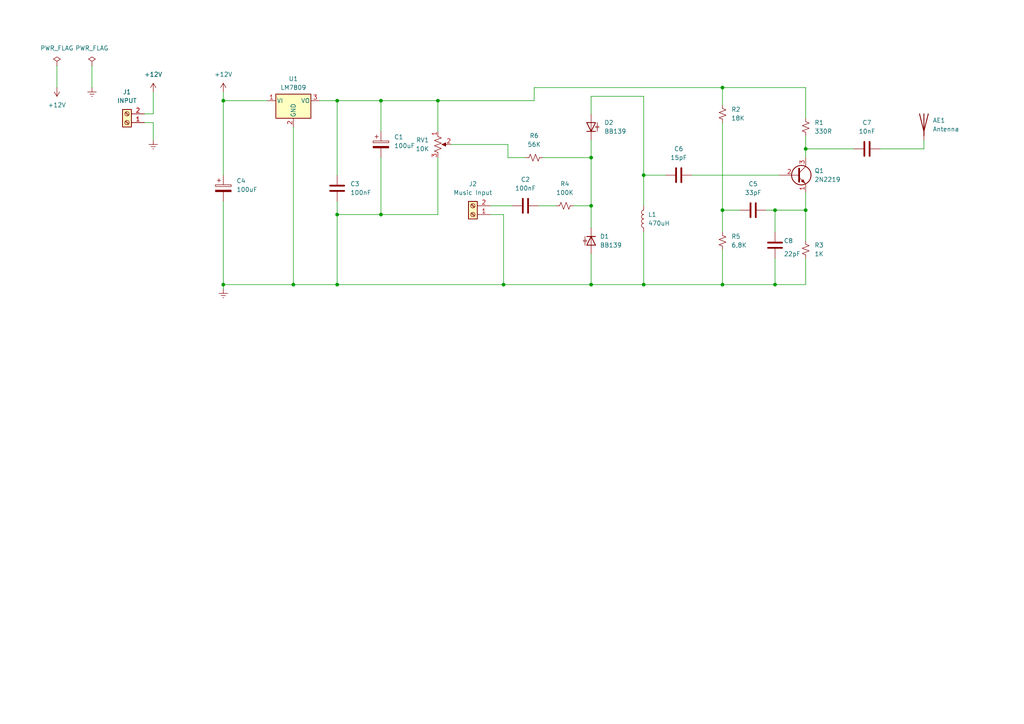
<source format=kicad_sch>
(kicad_sch (version 20230121) (generator eeschema)
  (paper "A4")
  (title_block (title "Fm Modulator Transmitter") (date "21.05.2023") (rev "1.0") (company "Code & More") (comment 1 "drawn by : Muxtar_Safarov"))
  (lib_symbols
    (symbol "Connector:Screw_Terminal_01x02" (pin_names (offset 1.016) hide)
      (property "Reference" "J" (at 0 2.54 0))
      (property "Value" "Screw_Terminal_01x02" (at 0 -5.08 0))
      (symbol "Screw_Terminal_01x02_1_1"
        (rectangle (start -1.27 1.27) (end 1.27 -3.81) (stroke (width 0.254)) (fill (type background)))
        (circle (center 0 -2.54) (radius 0.635) (stroke (width 0.1524)))
        (polyline (pts (xy -0.5334 -2.2098) (xy 0.3302 -3.048)) (stroke (width 0.1524)))
        (polyline (pts (xy -0.5334 0.3302) (xy 0.3302 -0.508)) (stroke (width 0.1524)))
        (polyline (pts (xy -0.3556 -2.032) (xy 0.508 -2.8702)) (stroke (width 0.1524)))
        (polyline (pts (xy -0.3556 0.508) (xy 0.508 -0.3302)) (stroke (width 0.1524)))
        (circle (center 0 0) (radius 0.635) (stroke (width 0.1524)))
        (pin passive line (at -5.08 0 0) (length 3.81) (name "Pin_1") (number "1"))
        (pin passive line (at -5.08 -2.54 0) (length 3.81) (name "Pin_2") (number "2"))
      )
    )
    (symbol "Device:Antenna" (pin_numbers hide) (pin_names (offset 1.016) hide)
      (property "Reference" "AE" (at -1.905 1.905 0))
      (property "Value" "Antenna" (at -1.905 0 0))
      (symbol "Antenna_0_1"
        (polyline (pts (xy 0 2.54) (xy 0 -3.81)) (stroke (width 0.254)))
        (polyline (pts (xy 1.27 2.54) (xy 0 -2.54) (xy -1.27 2.54)) (stroke (width 0.254)))
      )
      (symbol "Antenna_1_1"
        (pin input line (at 0 -5.08 90) (length 2.54) (name "A") (number "1"))
      )
    )
    (symbol "Device:C" (pin_numbers hide) (pin_names (offset 0.254))
      (property "Reference" "C" (at 0.635 2.54 0))
      (property "Value" "C" (at 0.635 -2.54 0))
      (symbol "C_0_1"
        (polyline (pts (xy -2.032 -0.762) (xy 2.032 -0.762)) (stroke (width 0.508)))
        (polyline (pts (xy -2.032 0.762) (xy 2.032 0.762)) (stroke (width 0.508)))
      )
      (symbol "C_1_1"
        (pin passive line (at 0 3.81 270) (length 2.794) (name "~") (number "1"))
        (pin passive line (at 0 -3.81 90) (length 2.794) (name "~") (number "2"))
      )
    )
    (symbol "Device:C_Polarized" (pin_numbers hide) (pin_names (offset 0.254))
      (property "Reference" "C" (at 0.635 2.54 0))
      (property "Value" "C_Polarized" (at 0.635 -2.54 0))
      (symbol "C_Polarized_0_1"
        (rectangle (start -2.286 0.508) (end 2.286 1.016))
        (polyline (pts (xy -1.778 2.286) (xy -0.762 2.286)))
        (polyline (pts (xy -1.27 2.794) (xy -1.27 1.778)))
        (rectangle (start 2.286 -0.508) (end -2.286 -1.016) (fill (type outline)))
      )
      (symbol "C_Polarized_1_1"
        (pin passive line (at 0 3.81 270) (length 2.794) (name "~") (number "1"))
        (pin passive line (at 0 -3.81 90) (length 2.794) (name "~") (number "2"))
      )
    )
    (symbol "Device:D_Capacitance" (pin_numbers hide) (pin_names (offset 1.016) hide)
      (property "Reference" "D" (at 0 2.54 0))
      (property "Value" "D_Capacitance" (at 0 -3.302 0))
      (symbol "D_Capacitance_0_1"
        (polyline (pts (xy -1.27 -1.778) (xy -0.1524 -1.778)))
        (polyline (pts (xy -1.27 0) (xy 1.27 0)))
        (polyline (pts (xy -1.27 1.27) (xy -1.27 -1.27)) (stroke (width 0.254)))
        (polyline (pts (xy -0.1524 -1.27) (xy -0.1524 -2.286)))
        (polyline (pts (xy 0.1524 -1.778) (xy 1.27 -1.778)))
        (polyline (pts (xy 0.1524 -1.27) (xy 0.1524 -2.286)))
        (polyline (pts (xy 1.27 1.27) (xy 1.27 -1.27) (xy -1.27 0) (xy 1.27 1.27)) (stroke (width 0.254)))
      )
      (symbol "D_Capacitance_1_1"
        (pin passive line (at -3.81 0 0) (length 2.54) (name "K") (number "1"))
        (pin passive line (at 3.81 0 180) (length 2.54) (name "A") (number "2"))
      )
    )
    (symbol "Device:L" (pin_numbers hide) (pin_names (offset 1.016) hide)
      (property "Reference" "L" (at -1.27 0 90))
      (property "Value" "L" (at 1.905 0 90))
      (symbol "L_0_1"
        (arc (start 0 -2.54) (mid 0.6323 -1.905) (end 0 -1.27))
        (arc (start 0 -1.27) (mid 0.6323 -0.635) (end 0 0))
        (arc (start 0 0) (mid 0.6323 0.635) (end 0 1.27))
        (arc (start 0 1.27) (mid 0.6323 1.905) (end 0 2.54))
      )
      (symbol "L_1_1"
        (pin passive line (at 0 3.81 270) (length 1.27) (name "1") (number "1"))
        (pin passive line (at 0 -3.81 90) (length 1.27) (name "2") (number "2"))
      )
    )
    (symbol "Device:R_Potentiometer_US" (pin_names (offset 1.016) hide)
      (property "Reference" "RV" (at -4.445 0 90))
      (property "Value" "R_Potentiometer_US" (at -2.54 0 90))
      (symbol "R_Potentiometer_US_0_1"
        (polyline (pts (xy 0 -2.286) (xy 0 -2.54)))
        (polyline (pts (xy 0 2.54) (xy 0 2.286)))
        (polyline (pts (xy 2.54 0) (xy 1.524 0)))
        (polyline (pts (xy 1.143 0) (xy 2.286 0.508) (xy 2.286 -0.508) (xy 1.143 0)) (fill (type outline)))
        (polyline (pts (xy 0 -0.762) (xy 1.016 -1.143) (xy 0 -1.524) (xy -1.016 -1.905) (xy 0 -2.286)))
        (polyline (pts (xy 0 0.762) (xy 1.016 0.381) (xy 0 0) (xy -1.016 -0.381) (xy 0 -0.762)))
        (polyline (pts (xy 0 2.286) (xy 1.016 1.905) (xy 0 1.524) (xy -1.016 1.143) (xy 0 0.762)))
      )
      (symbol "R_Potentiometer_US_1_1"
        (pin passive line (at 0 3.81 270) (length 1.27) (name "1") (number "1"))
        (pin passive line (at 3.81 0 180) (length 1.27) (name "2") (number "2"))
        (pin passive line (at 0 -3.81 90) (length 1.27) (name "3") (number "3"))
      )
    )
    (symbol "Device:R_Small_US" (pin_numbers hide) (pin_names (offset 0.254) hide)
      (property "Reference" "R" (at 0.762 0.508 0))
      (property "Value" "R_Small_US" (at 0.762 -1.016 0))
      (symbol "R_Small_US_1_1"
        (polyline (pts (xy 0 0) (xy 1.016 -0.381) (xy 0 -0.762) (xy -1.016 -1.143) (xy 0 -1.524)))
        (polyline (pts (xy 0 1.524) (xy 1.016 1.143) (xy 0 0.762) (xy -1.016 0.381) (xy 0 0)))
        (pin passive line (at 0 2.54 270) (length 1.016) (name "~") (number "1"))
        (pin passive line (at 0 -2.54 90) (length 1.016) (name "~") (number "2"))
      )
    )
    (symbol "Regulator_Linear:LM7809_TO220" (pin_names (offset 0.254))
      (property "Reference" "U" (at -3.81 3.175 0))
      (property "Value" "LM7809_TO220" (at 0 3.175 0))
      (symbol "LM7809_TO220_0_1"
        (rectangle (start -5.08 1.905) (end 5.08 -5.08) (stroke (width 0.254)) (fill (type background)))
      )
      (symbol "LM7809_TO220_1_1"
        (pin power_in line (at -7.62 0 0) (length 2.54) (name "VI") (number "1"))
        (pin power_in line (at 0 -7.62 90) (length 2.54) (name "GND") (number "2"))
        (pin power_out line (at 7.62 0 180) (length 2.54) (name "VO") (number "3"))
      )
    )
    (symbol "Transistor_BJT:2N2219" (pin_names (offset 0) hide)
      (property "Reference" "Q" (at 5.08 1.905 0))
      (property "Value" "2N2219" (at 5.08 0 0))
      (symbol "2N2219_0_1"
        (polyline (pts (xy 0.635 0.635) (xy 2.54 2.54)))
        (polyline (pts (xy 0.635 -0.635) (xy 2.54 -2.54) (xy 2.54 -2.54)))
        (polyline (pts (xy 0.635 1.905) (xy 0.635 -1.905) (xy 0.635 -1.905)) (stroke (width 0.508)))
        (polyline (pts (xy 1.27 -1.778) (xy 1.778 -1.27) (xy 2.286 -2.286) (xy 1.27 -1.778) (xy 1.27 -1.778)) (fill (type outline)))
        (circle (center 1.27 0) (radius 2.8194) (stroke (width 0.254)))
      )
      (symbol "2N2219_1_1"
        (pin passive line (at 2.54 -5.08 90) (length 2.54) (name "E") (number "1"))
        (pin passive line (at -5.08 0 0) (length 5.715) (name "B") (number "2"))
        (pin passive line (at 2.54 5.08 270) (length 2.54) (name "C") (number "3"))
      )
    )
    (symbol "power:+12V" (power) (pin_names (offset 0))
      (property "Value" "+12V" (at 0 3.556 0))
      (symbol "+12V_0_1"
        (polyline (pts (xy -0.762 1.27) (xy 0 2.54)))
        (polyline (pts (xy 0 0) (xy 0 2.54)))
        (polyline (pts (xy 0 2.54) (xy 0.762 1.27)))
      )
      (symbol "+12V_1_1"
        (pin power_in line (at 0 0 90) (length 0) hide (name "+12V") (number "1"))
      )
    )
    (symbol "power:Earth" (power) (pin_names (offset 0))
      (symbol "Earth_0_1"
        (polyline (pts (xy -0.635 -1.905) (xy 0.635 -1.905)))
        (polyline (pts (xy -0.127 -2.54) (xy 0.127 -2.54)))
        (polyline (pts (xy 0 -1.27) (xy 0 0)))
        (polyline (pts (xy 1.27 -1.27) (xy -1.27 -1.27)))
      )
      (symbol "Earth_1_1"
        (pin power_in line (at 0 0 270) (length 0) hide (name "Earth") (number "1"))
      )
    )
    (symbol "power:PWR_FLAG" (power) (pin_numbers hide) (pin_names (offset 0) hide)
      (property "Value" "PWR_FLAG" (at 0 3.81 0))
      (symbol "PWR_FLAG_0_0"
        (pin power_out line (at 0 0 90) (length 0) (name "pwr") (number "1"))
      )
      (symbol "PWR_FLAG_0_1"
        (polyline (pts (xy 0 0) (xy 0 1.27) (xy -1.016 1.905) (xy 0 2.54) (xy 1.016 1.905) (xy 0 1.27)))
      )
    )
  )
  (junction (at 233.68 60.96))
  (junction (at 97.79 29.21))
  (junction (at 97.79 82.55))
  (junction (at 171.45 45.72))
  (junction (at 209.55 25.4))
  (junction (at 127 29.21))
  (junction (at 146.05 82.55))
  (junction (at 171.45 59.69))
  (junction (at 233.68 43.18))
  (junction (at 224.79 82.55))
  (junction (at 224.79 60.96))
  (junction (at 97.79 62.23))
  (junction (at 110.49 62.23))
  (junction (at 64.77 29.21))
  (junction (at 186.69 82.55))
  (junction (at 209.55 60.96))
  (junction (at 186.69 50.8))
  (junction (at 85.09 82.55))
  (junction (at 171.45 82.55))
  (junction (at 209.55 82.55))
  (junction (at 64.77 82.55))
  (junction (at 110.49 29.21))
  (wire (pts (xy 247.65 43.18) (xy 233.68 43.18)))
  (wire (pts (xy 200.66 50.8) (xy 226.06 50.8)))
  (wire (pts (xy 64.77 82.55) (xy 64.77 83.82)))
  (wire (pts (xy 209.55 35.56) (xy 209.55 60.96)))
  (wire (pts (xy 110.49 62.23) (xy 97.79 62.23)))
  (wire (pts (xy 154.94 25.4) (xy 154.94 29.21)))
  (wire (pts (xy 186.69 50.8) (xy 193.04 50.8)))
  (wire (pts (xy 127 38.1) (xy 127 29.21)))
  (wire (pts (xy 110.49 29.21) (xy 97.79 29.21)))
  (wire (pts (xy 233.68 55.88) (xy 233.68 60.96)))
  (wire (pts (xy 85.09 36.83) (xy 85.09 82.55)))
  (wire (pts (xy 267.97 40.64) (xy 267.97 43.18)))
  (wire (pts (xy 146.05 62.23) (xy 146.05 82.55)))
  (wire (pts (xy 142.24 59.69) (xy 148.59 59.69)))
  (wire (pts (xy 110.49 45.72) (xy 110.49 62.23)))
  (wire (pts (xy 127 29.21) (xy 110.49 29.21)))
  (wire (pts (xy 209.55 82.55) (xy 224.79 82.55)))
  (wire (pts (xy 233.68 60.96) (xy 233.68 69.85)))
  (wire (pts (xy 146.05 82.55) (xy 97.79 82.55)))
  (wire (pts (xy 233.68 43.18) (xy 233.68 45.72)))
  (wire (pts (xy 233.68 34.29) (xy 233.68 25.4)))
  (wire (pts (xy 171.45 27.94) (xy 186.69 27.94)))
  (wire (pts (xy 209.55 82.55) (xy 186.69 82.55)))
  (wire (pts (xy 209.55 25.4) (xy 154.94 25.4)))
  (wire (pts (xy 224.79 60.96) (xy 233.68 60.96)))
  (wire (pts (xy 209.55 25.4) (xy 233.68 25.4)))
  (wire (pts (xy 166.37 59.69) (xy 171.45 59.69)))
  (wire (pts (xy 171.45 40.64) (xy 171.45 45.72)))
  (wire (pts (xy 97.79 29.21) (xy 97.79 50.8)))
  (wire (pts (xy 92.71 29.21) (xy 97.79 29.21)))
  (wire (pts (xy 44.45 33.02) (xy 41.91 33.02)))
  (wire (pts (xy 157.48 45.72) (xy 171.45 45.72)))
  (wire (pts (xy 97.79 62.23) (xy 97.79 82.55)))
  (wire (pts (xy 156.21 59.69) (xy 161.29 59.69)))
  (wire (pts (xy 186.69 27.94) (xy 186.69 50.8)))
  (wire (pts (xy 233.68 74.93) (xy 233.68 82.55)))
  (wire (pts (xy 64.77 29.21) (xy 64.77 50.8)))
  (wire (pts (xy 209.55 60.96) (xy 209.55 67.31)))
  (wire (pts (xy 127 62.23) (xy 110.49 62.23)))
  (wire (pts (xy 233.68 39.37) (xy 233.68 43.18)))
  (wire (pts (xy 209.55 30.48) (xy 209.55 25.4)))
  (wire (pts (xy 97.79 58.42) (xy 97.79 62.23)))
  (wire (pts (xy 222.25 60.96) (xy 224.79 60.96)))
  (wire (pts (xy 41.91 35.56) (xy 44.45 35.56)))
  (wire (pts (xy 186.69 50.8) (xy 186.69 59.69)))
  (wire (pts (xy 224.79 74.93) (xy 224.79 82.55)))
  (wire (pts (xy 97.79 82.55) (xy 85.09 82.55)))
  (wire (pts (xy 147.32 45.72) (xy 152.4 45.72)))
  (wire (pts (xy 64.77 26.67) (xy 64.77 29.21)))
  (wire (pts (xy 127 45.72) (xy 127 62.23)))
  (wire (pts (xy 146.05 82.55) (xy 171.45 82.55)))
  (wire (pts (xy 255.27 43.18) (xy 267.97 43.18)))
  (wire (pts (xy 110.49 29.21) (xy 110.49 38.1)))
  (wire (pts (xy 64.77 58.42) (xy 64.77 82.55)))
  (wire (pts (xy 16.51 19.05) (xy 16.51 25.4)))
  (wire (pts (xy 130.81 41.91) (xy 147.32 41.91)))
  (wire (pts (xy 77.47 29.21) (xy 64.77 29.21)))
  (wire (pts (xy 186.69 67.31) (xy 186.69 82.55)))
  (wire (pts (xy 85.09 82.55) (xy 64.77 82.55)))
  (wire (pts (xy 171.45 73.66) (xy 171.45 82.55)))
  (wire (pts (xy 224.79 60.96) (xy 224.79 67.31)))
  (wire (pts (xy 142.24 62.23) (xy 146.05 62.23)))
  (wire (pts (xy 26.67 19.05) (xy 26.67 25.4)))
  (wire (pts (xy 44.45 26.67) (xy 44.45 33.02)))
  (wire (pts (xy 171.45 59.69) (xy 171.45 66.04)))
  (wire (pts (xy 209.55 60.96) (xy 214.63 60.96)))
  (wire (pts (xy 147.32 41.91) (xy 147.32 45.72)))
  (wire (pts (xy 171.45 82.55) (xy 186.69 82.55)))
  (wire (pts (xy 44.45 35.56) (xy 44.45 40.64)))
  (wire (pts (xy 171.45 45.72) (xy 171.45 59.69)))
  (wire (pts (xy 154.94 29.21) (xy 127 29.21)))
  (wire (pts (xy 171.45 33.02) (xy 171.45 27.94)))
  (wire (pts (xy 209.55 72.39) (xy 209.55 82.55)))
  (wire (pts (xy 224.79 82.55) (xy 233.68 82.55)))
  (symbol (lib_id "Connector:Screw_Terminal_01x02") (at 137.16 62.23 180) (unit 1)
    (property "Reference" "J2" (at 137.16 53.34 0))
    (property "Value" "Music Input" (at 137.16 55.88 0))
    (property "Footprint" "TerminalBlock:TerminalBlock_bornier-2_P5.08mm" (effects hide))
  )
  (symbol (lib_id "Device:C") (at 196.85 50.8 90) (unit 1)
    (property "Reference" "C6" (at 196.85 43.18 90))
    (property "Value" "15pF" (at 196.85 45.72 90))
    (property "Footprint" "Capacitor_THT:C_Disc_D7.5mm_W5.0mm_P7.50mm" (effects hide))
  )
  (symbol (lib_id "Device:R_Small_US") (at 163.83 59.69 90) (unit 1)
    (property "Reference" "R4" (at 163.83 53.34 90))
    (property "Value" "100K" (at 163.83 55.88 90))
    (property "Footprint" "Resistor_THT:R_Axial_DIN0309_L9.0mm_D3.2mm_P15.24mm_Horizontal" (effects hide))
  )
  (symbol (lib_id "Device:C_Polarized") (at 64.77 54.61 0) (unit 1)
    (property "Reference" "C4" (at 68.58 52.451 0) (effects (justify left)))
    (property "Value" "100uF" (at 68.58 54.991 0) (effects (justify left)))
    (property "Footprint" "Capacitor_THT:CP_Radial_D10.0mm_P7.50mm" (effects hide))
  )
  (symbol (lib_id "Regulator_Linear:LM7809_TO220") (at 85.09 29.21 0) (unit 1)
    (property "Reference" "U1" (at 85.09 22.86 0))
    (property "Value" "LM7809" (at 85.09 25.4 0))
    (property "Footprint" "Package_TO_SOT_THT:TO-220-3_Vertical" (effects hide))
    (property "Datasheet" "https://www.onsemi.cn/PowerSolutions/document/MC7800-D.PDF" (effects hide))
  )
  (symbol (lib_id "Device:Antenna") (at 267.97 35.56 0) (unit 1)
    (property "Reference" "AE1" (at 270.51 34.925 0) (effects (justify left)))
    (property "Value" "Antenna" (at 270.51 37.465 0) (effects (justify left)))
    (property "Footprint" "TerminalBlock_MetzConnect:TerminalBlock_MetzConnect_360271_1x01_Horizontal_ScrewM3.0_Boxed" (effects hide))
  )
  (symbol (lib_id "Device:L") (at 186.69 63.5 180) (unit 1)
    (property "Reference" "L1" (at 187.96 62.23 0) (effects (justify right)))
    (property "Value" "470uH" (at 187.96 64.77 0) (effects (justify right)))
    (property "Footprint" "Inductor_THT:L_Radial_D7.0mm_P3.00mm" (effects hide))
  )
  (symbol (lib_id "Device:R_Potentiometer_US") (at 127 41.91 0) (unit 1)
    (property "Reference" "RV1" (at 124.46 40.64 0) (effects (justify right)))
    (property "Value" "10K" (at 124.46 43.18 0) (effects (justify right)))
    (property "Footprint" "Potentiometer_THT:Potentiometer_Vishay_148-149_Single_Horizontal" (effects hide))
  )
  (symbol (lib_id "Connector:Screw_Terminal_01x02") (at 36.83 35.56 180) (unit 1)
    (property "Reference" "J1" (at 36.83 26.67 0))
    (property "Value" "INPUT" (at 36.83 29.21 0))
    (property "Footprint" "TerminalBlock:TerminalBlock_bornier-2_P5.08mm" (effects hide))
  )
  (symbol (lib_id "Device:C") (at 152.4 59.69 90) (unit 1)
    (property "Reference" "C2" (at 152.4 52.07 90))
    (property "Value" "100nF" (at 152.4 54.61 90))
    (property "Footprint" "Capacitor_THT:C_Disc_D7.5mm_W5.0mm_P7.50mm" (effects hide))
  )
  (symbol (lib_id "Device:C") (at 224.79 71.12 180) (unit 1)
    (property "Reference" "C8" (at 227.33 69.85 0) (effects (justify right)))
    (property "Value" "22pF" (at 227.33 73.66 0) (effects (justify right)))
    (property "Footprint" "Capacitor_THT:C_Disc_D7.5mm_W5.0mm_P7.50mm" (effects hide))
  )
  (symbol (lib_id "power:Earth") (at 64.77 83.82 0) (unit 1)
    (property "Reference" "#PWR04" (effects hide))
    (property "Value" "Earth" (effects hide))
  )
  (symbol (lib_id "Device:C_Polarized") (at 110.49 41.91 0) (unit 1)
    (property "Reference" "C1" (at 114.3 39.751 0) (effects (justify left)))
    (property "Value" "100uF" (at 114.3 42.291 0) (effects (justify left)))
    (property "Footprint" "Capacitor_THT:CP_Radial_D10.0mm_P7.50mm" (effects hide))
  )
  (symbol (lib_id "power:+12V") (at 44.45 26.67 0) (unit 1)
    (property "Reference" "#PWR01" (effects hide))
    (property "Value" "+12V" (at 44.45 21.59 0))
  )
  (symbol (lib_id "Device:C") (at 251.46 43.18 90) (unit 1)
    (property "Reference" "C7" (at 251.46 35.56 90))
    (property "Value" "10nF" (at 251.46 38.1 90))
    (property "Footprint" "Capacitor_THT:C_Disc_D7.5mm_W5.0mm_P7.50mm" (effects hide))
  )
  (symbol (lib_id "power:Earth") (at 26.67 25.4 0) (unit 1)
    (property "Reference" "#PWR06" (effects hide))
    (property "Value" "Earth" (effects hide))
  )
  (symbol (lib_id "Device:R_Small_US") (at 154.94 45.72 90) (unit 1)
    (property "Reference" "R6" (at 154.94 39.37 90))
    (property "Value" "56K" (at 154.94 41.91 90))
    (property "Footprint" "Resistor_THT:R_Axial_DIN0309_L9.0mm_D3.2mm_P15.24mm_Horizontal" (effects hide))
  )
  (symbol (lib_id "Device:R_Small_US") (at 209.55 33.02 0) (unit 1)
    (property "Reference" "R2" (at 212.09 31.75 0) (effects (justify left)))
    (property "Value" "18K" (at 212.09 34.29 0) (effects (justify left)))
    (property "Footprint" "Resistor_THT:R_Axial_DIN0309_L9.0mm_D3.2mm_P15.24mm_Horizontal" (effects hide))
  )
  (symbol (lib_id "Device:R_Small_US") (at 233.68 72.39 0) (unit 1)
    (property "Reference" "R3" (at 236.22 71.12 0) (effects (justify left)))
    (property "Value" "1K" (at 236.22 73.66 0) (effects (justify left)))
    (property "Footprint" "Resistor_THT:R_Axial_DIN0309_L9.0mm_D3.2mm_P15.24mm_Horizontal" (effects hide))
  )
  (symbol (lib_id "Device:C") (at 97.79 54.61 180) (unit 1)
    (property "Reference" "C3" (at 101.6 53.34 0) (effects (justify right)))
    (property "Value" "100nF" (at 101.6 55.88 0) (effects (justify right)))
    (property "Footprint" "Capacitor_THT:C_Disc_D7.5mm_W5.0mm_P7.50mm" (effects hide))
  )
  (symbol (lib_id "Device:R_Small_US") (at 233.68 36.83 0) (unit 1)
    (property "Reference" "R1" (at 236.22 35.56 0) (effects (justify left)))
    (property "Value" "330R" (at 236.22 38.1 0) (effects (justify left)))
    (property "Footprint" "Resistor_THT:R_Axial_DIN0309_L9.0mm_D3.2mm_P15.24mm_Horizontal" (effects hide))
  )
  (symbol (lib_id "power:+12V") (at 64.77 26.67 0) (unit 1)
    (property "Reference" "#PWR03" (effects hide))
    (property "Value" "+12V" (at 64.77 21.59 0))
  )
  (symbol (lib_id "Device:C") (at 218.44 60.96 90) (unit 1)
    (property "Reference" "C5" (at 218.44 53.34 90))
    (property "Value" "33pF" (at 218.44 55.88 90))
    (property "Footprint" "Capacitor_THT:C_Disc_D7.5mm_W5.0mm_P7.50mm" (effects hide))
  )
  (symbol (lib_id "power:Earth") (at 44.45 40.64 0) (unit 1)
    (property "Reference" "#PWR02" (effects hide))
    (property "Value" "Earth" (effects hide))
  )
  (symbol (lib_id "power:PWR_FLAG") (at 16.51 19.05 0) (unit 1)
    (property "Reference" "#FLG01" (effects hide))
    (property "Value" "PWR_FLAG" (at 16.51 13.97 0))
  )
  (symbol (lib_id "power:+12V") (at 16.51 25.4 180) (unit 1)
    (property "Reference" "#PWR05" (effects hide))
    (property "Value" "+12V" (at 16.51 30.48 0))
  )
  (symbol (lib_id "Transistor_BJT:2N2219") (at 231.14 50.8 0) (unit 1)
    (property "Reference" "Q1" (at 236.22 49.53 0) (effects (justify left)))
    (property "Value" "2N2219" (at 236.22 52.07 0) (effects (justify left)))
    (property "Footprint" "Package_TO_SOT_THT:TO-39-3" (effects hide))
    (property "Datasheet" "http://www.onsemi.com/pub_link/Collateral/2N2219-D.PDF" (effects hide))
  )
  (symbol (lib_id "Device:D_Capacitance") (at 171.45 36.83 90) (unit 1)
    (property "Reference" "D2" (at 175.26 35.56 90) (effects (justify right)))
    (property "Value" "BB139" (at 175.26 38.1 90) (effects (justify right)))
    (property "Footprint" "Diode_THT:D_T-1_P12.70mm_Horizontal" (effects hide))
  )
  (symbol (lib_id "Device:D_Capacitance") (at 171.45 69.85 270) (unit 1)
    (property "Reference" "D1" (at 173.99 68.58 90) (effects (justify left)))
    (property "Value" "BB139" (at 173.99 71.12 90) (effects (justify left)))
    (property "Footprint" "Diode_THT:D_T-1_P12.70mm_Horizontal" (effects hide))
  )
  (symbol (lib_id "Device:R_Small_US") (at 209.55 69.85 0) (unit 1)
    (property "Reference" "R5" (at 212.09 68.58 0) (effects (justify left)))
    (property "Value" "6,8K" (at 212.09 71.12 0) (effects (justify left)))
    (property "Footprint" "Resistor_THT:R_Axial_DIN0309_L9.0mm_D3.2mm_P15.24mm_Horizontal" (effects hide))
  )
  (symbol (lib_id "power:PWR_FLAG") (at 26.67 19.05 0) (unit 1)
    (property "Reference" "#FLG02" (effects hide))
    (property "Value" "PWR_FLAG" (at 26.67 13.97 0))
  )
)
</source>
